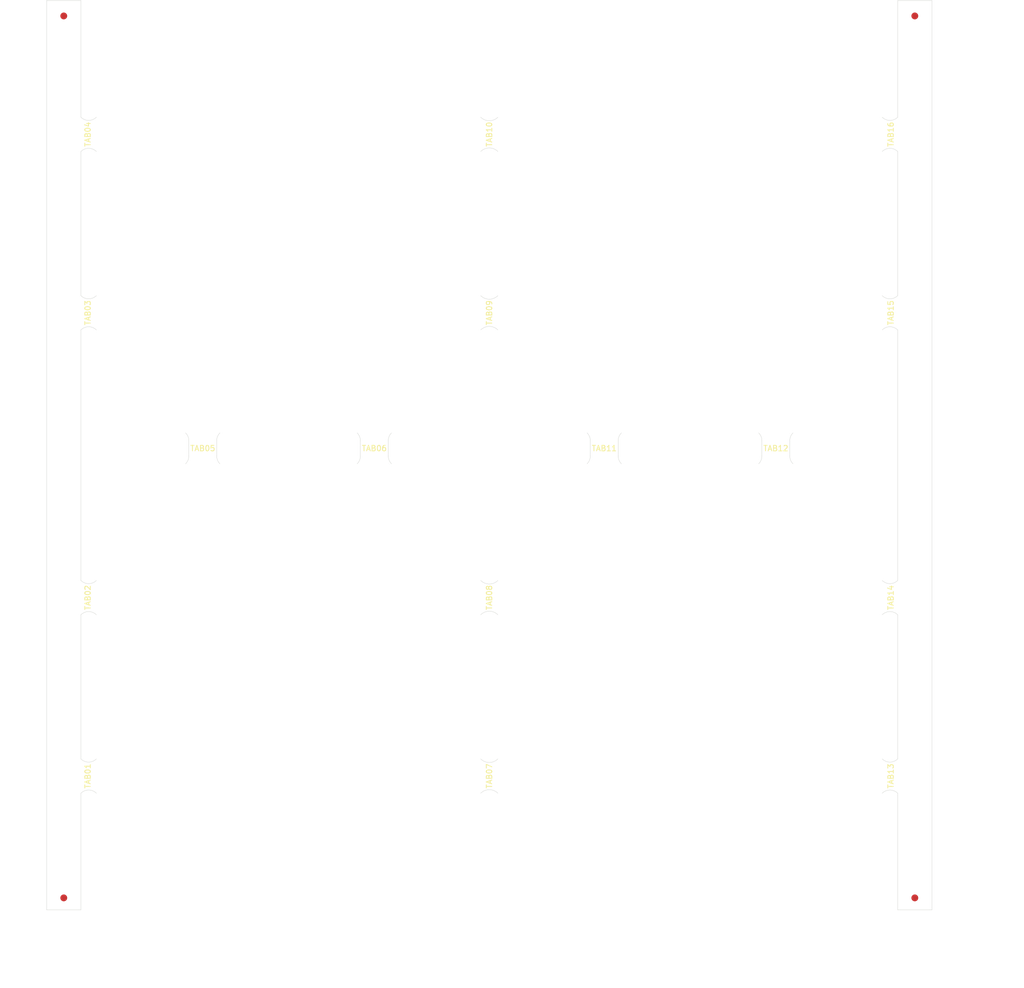
<source format=kicad_pcb>
(kicad_pcb (version 20171130) (host pcbnew 5.1.5+dfsg1-2build2)

  (general
    (thickness 1.6)
    (drawings 66)
    (tracks 0)
    (zones 0)
    (modules 42)
    (nets 1)
  )

  (page A3)
  (title_block
    (title "Democratic Sendcomm")
    (date 2021-01-16)
    (rev 0.9.4)
    (company "Europalab Devices")
    (comment 1 "Copyright © 2021, Europalab Devices")
    (comment 2 "Fulfilling requirements of 20200210")
    (comment 3 "Pending quality assurance testing")
    (comment 4 "Release revision for manufacturing")
  )

  (layers
    (0 F.Cu signal)
    (1 In1.Cu power)
    (2 In2.Cu power)
    (31 B.Cu signal)
    (34 B.Paste user)
    (35 F.Paste user)
    (36 B.SilkS user)
    (37 F.SilkS user)
    (38 B.Mask user)
    (39 F.Mask user)
    (40 Dwgs.User user)
    (41 Cmts.User user)
    (44 Edge.Cuts user)
    (45 Margin user)
    (46 B.CrtYd user)
    (47 F.CrtYd user)
    (48 B.Fab user)
    (49 F.Fab user)
  )

  (setup
    (last_trace_width 0.09)
    (user_trace_width 0.1016)
    (user_trace_width 0.127)
    (user_trace_width 0.2)
    (user_trace_width 0.1016)
    (user_trace_width 0.127)
    (user_trace_width 0.2)
    (user_trace_width 0.1016)
    (user_trace_width 0.127)
    (user_trace_width 0.2)
    (user_trace_width 0.1016)
    (user_trace_width 0.127)
    (user_trace_width 0.2)
    (user_trace_width 0.1016)
    (user_trace_width 0.127)
    (user_trace_width 0.2)
    (user_trace_width 0.1016)
    (user_trace_width 0.127)
    (user_trace_width 0.2)
    (user_trace_width 0.1016)
    (user_trace_width 0.127)
    (user_trace_width 0.2)
    (user_trace_width 0.1016)
    (user_trace_width 0.127)
    (user_trace_width 0.2)
    (user_trace_width 0.1016)
    (user_trace_width 0.127)
    (user_trace_width 0.2)
    (user_trace_width 0.1016)
    (user_trace_width 0.127)
    (user_trace_width 0.2)
    (user_trace_width 0.1016)
    (user_trace_width 0.127)
    (user_trace_width 0.2)
    (user_trace_width 0.1016)
    (user_trace_width 0.127)
    (user_trace_width 0.2)
    (user_trace_width 0.1016)
    (user_trace_width 0.127)
    (user_trace_width 0.2)
    (trace_clearance 0.09)
    (zone_clearance 0.508)
    (zone_45_only no)
    (trace_min 0.09)
    (via_size 0.356)
    (via_drill 0.2)
    (via_min_size 0.356)
    (via_min_drill 0.2)
    (user_via 0.45 0.2)
    (user_via 0.6 0.3)
    (user_via 0.45 0.2)
    (user_via 0.6 0.3)
    (user_via 0.45 0.2)
    (user_via 0.6 0.3)
    (user_via 0.45 0.2)
    (user_via 0.6 0.3)
    (user_via 0.45 0.2)
    (user_via 0.6 0.3)
    (user_via 0.45 0.2)
    (user_via 0.6 0.3)
    (user_via 0.45 0.2)
    (user_via 0.6 0.3)
    (user_via 0.45 0.2)
    (user_via 0.6 0.3)
    (user_via 0.45 0.2)
    (user_via 0.6 0.3)
    (user_via 0.45 0.2)
    (user_via 0.6 0.3)
    (user_via 0.45 0.2)
    (user_via 0.6 0.3)
    (user_via 0.45 0.2)
    (user_via 0.6 0.3)
    (user_via 0.45 0.2)
    (user_via 0.6 0.3)
    (uvia_size 0.45)
    (uvia_drill 0.1)
    (uvias_allowed no)
    (uvia_min_size 0.45)
    (uvia_min_drill 0.1)
    (edge_width 0.1)
    (segment_width 0.1)
    (pcb_text_width 0.25)
    (pcb_text_size 1 1)
    (mod_edge_width 0.15)
    (mod_text_size 1 1)
    (mod_text_width 0.15)
    (pad_size 1.95 0.6)
    (pad_drill 0)
    (pad_to_mask_clearance 0)
    (aux_axis_origin 0 0)
    (visible_elements 7FFFF7FF)
    (pcbplotparams
      (layerselection 0x313fc_ffffffff)
      (usegerberextensions true)
      (usegerberattributes false)
      (usegerberadvancedattributes false)
      (creategerberjobfile false)
      (excludeedgelayer true)
      (linewidth 0.150000)
      (plotframeref false)
      (viasonmask false)
      (mode 1)
      (useauxorigin false)
      (hpglpennumber 1)
      (hpglpenspeed 20)
      (hpglpendiameter 15.000000)
      (psnegative false)
      (psa4output false)
      (plotreference true)
      (plotvalue true)
      (plotinvisibletext false)
      (padsonsilk false)
      (subtractmaskfromsilk false)
      (outputformat 1)
      (mirror false)
      (drillshape 0)
      (scaleselection 1)
      (outputdirectory "fabpanel"))
  )

  (net 0 "")

  (net_class Default "This is the default net class."
    (clearance 0.09)
    (trace_width 0.09)
    (via_dia 0.356)
    (via_drill 0.2)
    (uvia_dia 0.45)
    (uvia_drill 0.1)
  )

  (net_class Power ""
    (clearance 0.2)
    (trace_width 0.5)
    (via_dia 1)
    (via_drill 0.7)
    (uvia_dia 0.5)
    (uvia_drill 0.1)
  )

  (module Elabdev:MountingHole_1.8mm (layer F.Cu) (tedit 5B924765) (tstamp 5FBCCBDE)
    (at 201.5 197)
    (descr "Mounting Hole 1.8mm, no annular")
    (tags "mounting hole 1.8mm no annular")
    (attr virtual)
    (fp_text reference REF** (at 0 -3.2) (layer F.SilkS) hide
      (effects (font (size 1 1) (thickness 0.15)))
    )
    (fp_text value MountingHole_1.8mm (at 0 3.2) (layer F.Fab)
      (effects (font (size 1 1) (thickness 0.15)))
    )
    (fp_circle (center 0 0) (end 1.85 0) (layer F.CrtYd) (width 0.05))
    (fp_circle (center 0 0) (end 1.8 0) (layer Cmts.User) (width 0.15))
    (fp_text user %R (at 0.3 0) (layer F.Fab)
      (effects (font (size 1 1) (thickness 0.15)))
    )
    (pad "" np_thru_hole circle (at 0 0) (size 1.8 1.8) (drill 1.8) (layers *.Cu *.Mask))
  )

  (module Elabdev:MountingHole_1.8mm (layer F.Cu) (tedit 5B924765) (tstamp 5FBCCBC8)
    (at 201.5 131.5)
    (descr "Mounting Hole 1.8mm, no annular")
    (tags "mounting hole 1.8mm no annular")
    (attr virtual)
    (fp_text reference REF** (at 0 -3.2) (layer F.SilkS) hide
      (effects (font (size 1 1) (thickness 0.15)))
    )
    (fp_text value MountingHole_1.8mm (at 0 3.2) (layer F.Fab)
      (effects (font (size 1 1) (thickness 0.15)))
    )
    (fp_circle (center 0 0) (end 1.85 0) (layer F.CrtYd) (width 0.05))
    (fp_circle (center 0 0) (end 1.8 0) (layer Cmts.User) (width 0.15))
    (fp_text user %R (at 0.3 0) (layer F.Fab)
      (effects (font (size 1 1) (thickness 0.15)))
    )
    (pad "" np_thru_hole circle (at 0 0) (size 1.8 1.8) (drill 1.8) (layers *.Cu *.Mask))
  )

  (module Elabdev:MountingHole_1.8mm (layer F.Cu) (tedit 5B924765) (tstamp 5FBCBB7E)
    (at 77.5 197)
    (descr "Mounting Hole 1.8mm, no annular")
    (tags "mounting hole 1.8mm no annular")
    (attr virtual)
    (fp_text reference REF** (at 0 -3.2) (layer F.SilkS) hide
      (effects (font (size 1 1) (thickness 0.15)))
    )
    (fp_text value MountingHole_1.8mm (at 0 3.2) (layer F.Fab)
      (effects (font (size 1 1) (thickness 0.15)))
    )
    (fp_circle (center 0 0) (end 1.85 0) (layer F.CrtYd) (width 0.05))
    (fp_circle (center 0 0) (end 1.8 0) (layer Cmts.User) (width 0.15))
    (fp_text user %R (at 0.3 0) (layer F.Fab)
      (effects (font (size 1 1) (thickness 0.15)))
    )
    (pad "" np_thru_hole circle (at 0 0) (size 1.8 1.8) (drill 1.8) (layers *.Cu *.Mask))
  )

  (module Elabdev:MountingHole_1.8mm (layer F.Cu) (tedit 5B924765) (tstamp 5FBCBB70)
    (at 77.5 150.5)
    (descr "Mounting Hole 1.8mm, no annular")
    (tags "mounting hole 1.8mm no annular")
    (attr virtual)
    (fp_text reference REF** (at 0 -3.2) (layer F.SilkS) hide
      (effects (font (size 1 1) (thickness 0.15)))
    )
    (fp_text value MountingHole_1.8mm (at 0 3.2) (layer F.Fab)
      (effects (font (size 1 1) (thickness 0.15)))
    )
    (fp_circle (center 0 0) (end 1.85 0) (layer F.CrtYd) (width 0.05))
    (fp_circle (center 0 0) (end 1.8 0) (layer Cmts.User) (width 0.15))
    (fp_text user %R (at 0.3 0) (layer F.Fab)
      (effects (font (size 1 1) (thickness 0.15)))
    )
    (pad "" np_thru_hole circle (at 0 0) (size 1.8 1.8) (drill 1.8) (layers *.Cu *.Mask))
  )

  (module Elabdev:MountingHole_1.8mm (layer F.Cu) (tedit 5B924765) (tstamp 5FBCBB5A)
    (at 201.5 85)
    (descr "Mounting Hole 1.8mm, no annular")
    (tags "mounting hole 1.8mm no annular")
    (attr virtual)
    (fp_text reference REF** (at 0 -3.2) (layer F.SilkS) hide
      (effects (font (size 1 1) (thickness 0.15)))
    )
    (fp_text value MountingHole_1.8mm (at 0 3.2) (layer F.Fab)
      (effects (font (size 1 1) (thickness 0.15)))
    )
    (fp_circle (center 0 0) (end 1.85 0) (layer F.CrtYd) (width 0.05))
    (fp_circle (center 0 0) (end 1.8 0) (layer Cmts.User) (width 0.15))
    (fp_text user %R (at 0.3 0) (layer F.Fab)
      (effects (font (size 1 1) (thickness 0.15)))
    )
    (pad "" np_thru_hole circle (at 0 0) (size 1.8 1.8) (drill 1.8) (layers *.Cu *.Mask))
  )

  (module Elabdev:MountingHole_1.8mm (layer F.Cu) (tedit 5B924765) (tstamp 5FBCBA53)
    (at 77.5 85)
    (descr "Mounting Hole 1.8mm, no annular")
    (tags "mounting hole 1.8mm no annular")
    (attr virtual)
    (fp_text reference REF** (at 0 -3.2) (layer F.SilkS) hide
      (effects (font (size 1 1) (thickness 0.15)))
    )
    (fp_text value MountingHole_1.8mm (at 0 3.2) (layer F.Fab)
      (effects (font (size 1 1) (thickness 0.15)))
    )
    (fp_circle (center 0 0) (end 1.85 0) (layer F.CrtYd) (width 0.05))
    (fp_circle (center 0 0) (end 1.8 0) (layer Cmts.User) (width 0.15))
    (fp_text user %R (at 0.3 0) (layer F.Fab)
      (effects (font (size 1 1) (thickness 0.15)))
    )
    (pad "" np_thru_hole circle (at 0 0) (size 1.8 1.8) (drill 1.8) (layers *.Cu *.Mask))
  )

  (module MountingHole:MountingHole_3.2mm_M3 (layer F.Cu) (tedit 56D1B4CB) (tstamp 5FFC40C9)
    (at 201 187.75)
    (descr "Mounting Hole 3.2mm, no annular, M3")
    (tags "mounting hole 3.2mm no annular m3")
    (attr virtual)
    (fp_text reference REF** (at 0 -3.2) (layer F.SilkS) hide
      (effects (font (size 1 1) (thickness 0.15)))
    )
    (fp_text value MountingHole_3.2mm_M3 (at 0 3.2) (layer F.Fab)
      (effects (font (size 1 1) (thickness 0.15)))
    )
    (fp_circle (center 0 0) (end 3.45 0) (layer F.CrtYd) (width 0.05))
    (fp_circle (center 0 0) (end 3.2 0) (layer Cmts.User) (width 0.15))
    (fp_text user %R (at 0.3 0) (layer F.Fab)
      (effects (font (size 1 1) (thickness 0.15)))
    )
    (pad 1 np_thru_hole circle (at 0 0) (size 3.2 3.2) (drill 3.2) (layers *.Cu *.Mask))
  )

  (module MountingHole:MountingHole_3.2mm_M3 (layer F.Cu) (tedit 56D1B4CB) (tstamp 5FFC40BB)
    (at 78 187.75)
    (descr "Mounting Hole 3.2mm, no annular, M3")
    (tags "mounting hole 3.2mm no annular m3")
    (attr virtual)
    (fp_text reference REF** (at 0 -3.2) (layer F.SilkS) hide
      (effects (font (size 1 1) (thickness 0.15)))
    )
    (fp_text value MountingHole_3.2mm_M3 (at 0 3.2) (layer F.Fab)
      (effects (font (size 1 1) (thickness 0.15)))
    )
    (fp_text user %R (at 0.3 0) (layer F.Fab)
      (effects (font (size 1 1) (thickness 0.15)))
    )
    (fp_circle (center 0 0) (end 3.2 0) (layer Cmts.User) (width 0.15))
    (fp_circle (center 0 0) (end 3.45 0) (layer F.CrtYd) (width 0.05))
    (pad 1 np_thru_hole circle (at 0 0) (size 3.2 3.2) (drill 3.2) (layers *.Cu *.Mask))
  )

  (module MountingHole:MountingHole_3.2mm_M3 (layer F.Cu) (tedit 56D1B4CB) (tstamp 5FFC4060)
    (at 201 94.25)
    (descr "Mounting Hole 3.2mm, no annular, M3")
    (tags "mounting hole 3.2mm no annular m3")
    (attr virtual)
    (fp_text reference REF** (at 0 -3.2) (layer F.SilkS) hide
      (effects (font (size 1 1) (thickness 0.15)))
    )
    (fp_text value MountingHole_3.2mm_M3 (at 0 3.2) (layer F.Fab)
      (effects (font (size 1 1) (thickness 0.15)))
    )
    (fp_text user %R (at 0.3 0) (layer F.Fab)
      (effects (font (size 1 1) (thickness 0.15)))
    )
    (fp_circle (center 0 0) (end 3.2 0) (layer Cmts.User) (width 0.15))
    (fp_circle (center 0 0) (end 3.45 0) (layer F.CrtYd) (width 0.05))
    (pad 1 np_thru_hole circle (at 0 0) (size 3.2 3.2) (drill 3.2) (layers *.Cu *.Mask))
  )

  (module MountingHole:MountingHole_3.2mm_M3 (layer F.Cu) (tedit 56D1B4CB) (tstamp 5FFC3DC2)
    (at 78 94.25)
    (descr "Mounting Hole 3.2mm, no annular, M3")
    (tags "mounting hole 3.2mm no annular m3")
    (attr virtual)
    (fp_text reference REF** (at 0 -3.2) (layer F.SilkS) hide
      (effects (font (size 1 1) (thickness 0.15)))
    )
    (fp_text value MountingHole_3.2mm_M3 (at 0 3.2) (layer F.Fab)
      (effects (font (size 1 1) (thickness 0.15)))
    )
    (fp_circle (center 0 0) (end 3.45 0) (layer F.CrtYd) (width 0.05))
    (fp_circle (center 0 0) (end 3.2 0) (layer Cmts.User) (width 0.15))
    (fp_text user %R (at 0.3 0) (layer F.Fab)
      (effects (font (size 1 1) (thickness 0.15)))
    )
    (pad 1 np_thru_hole circle (at 0 0) (size 3.2 3.2) (drill 3.2) (layers *.Cu *.Mask))
  )

  (module Elabdev:Mousetab_45mm_Double (layer F.Cu) (tedit 5FE8CA09) (tstamp 5FE94339)
    (at 181.25 140 90)
    (attr smd)
    (fp_text reference TAB12 (at 0 0 unlocked) (layer F.SilkS)
      (effects (font (size 0.8 0.8) (thickness 0.13)))
    )
    (fp_text value Panel_Mousetab_45mm_Double (at 0 3.5 90) (layer F.Fab)
      (effects (font (size 1 1) (thickness 0.15)))
    )
    (fp_line (start 2.25 -2.2) (end 2.25 2.2) (layer F.Fab) (width 0.15))
    (fp_line (start -2.25 -2.2) (end -2.25 2.2) (layer F.Fab) (width 0.15))
    (fp_line (start 3.1 -2.6) (end 3.1 2.6) (layer F.CrtYd) (width 0.15))
    (fp_line (start 3.1 2.6) (end -3.1 2.6) (layer F.CrtYd) (width 0.15))
    (fp_line (start -3.1 2.6) (end -3.1 -2.6) (layer F.CrtYd) (width 0.15))
    (fp_line (start -3.1 -2.6) (end 3.1 -2.6) (layer F.CrtYd) (width 0.15))
    (pad "" np_thru_hole circle (at 2.35 2 90) (size 0.5 0.5) (drill 0.5) (layers *.Cu))
    (pad "" np_thru_hole circle (at 2.35 1.2 90) (size 0.5 0.5) (drill 0.5) (layers *.Cu))
    (pad "" np_thru_hole circle (at 2.35 0.4 90) (size 0.5 0.5) (drill 0.5) (layers *.Cu))
    (pad "" np_thru_hole circle (at -2.35 2 90) (size 0.5 0.5) (drill 0.5) (layers *.Cu))
    (pad "" np_thru_hole circle (at -2.35 1.2 90) (size 0.5 0.5) (drill 0.5) (layers *.Cu))
    (pad "" np_thru_hole circle (at -2.35 0.4 90) (size 0.5 0.5) (drill 0.5) (layers *.Cu))
    (pad "" np_thru_hole circle (at 2.35 -0.4 90) (size 0.5 0.5) (drill 0.5) (layers *.Cu))
    (pad "" np_thru_hole circle (at 2.35 -1.2 90) (size 0.5 0.5) (drill 0.5) (layers *.Cu))
    (pad "" np_thru_hole circle (at 2.35 -2 90) (size 0.5 0.5) (drill 0.5) (layers *.Cu))
    (pad "" np_thru_hole circle (at -2.35 -2 90) (size 0.5 0.5) (drill 0.5) (layers *.Cu))
    (pad "" np_thru_hole circle (at -2.35 -1.2 90) (size 0.5 0.5) (drill 0.5) (layers *.Cu))
    (pad "" np_thru_hole circle (at -2.35 -0.4 90) (size 0.5 0.5) (drill 0.5) (layers *.Cu))
  )

  (module Elabdev:Mousetab_45mm_Double (layer F.Cu) (tedit 5FE8CA09) (tstamp 5FE9430F)
    (at 156.25 140 90)
    (attr smd)
    (fp_text reference TAB11 (at 0 0 unlocked) (layer F.SilkS)
      (effects (font (size 0.8 0.8) (thickness 0.13)))
    )
    (fp_text value Panel_Mousetab_45mm_Double (at 0 3.5 90) (layer F.Fab)
      (effects (font (size 1 1) (thickness 0.15)))
    )
    (fp_line (start -3.1 -2.6) (end 3.1 -2.6) (layer F.CrtYd) (width 0.15))
    (fp_line (start -3.1 2.6) (end -3.1 -2.6) (layer F.CrtYd) (width 0.15))
    (fp_line (start 3.1 2.6) (end -3.1 2.6) (layer F.CrtYd) (width 0.15))
    (fp_line (start 3.1 -2.6) (end 3.1 2.6) (layer F.CrtYd) (width 0.15))
    (fp_line (start -2.25 -2.2) (end -2.25 2.2) (layer F.Fab) (width 0.15))
    (fp_line (start 2.25 -2.2) (end 2.25 2.2) (layer F.Fab) (width 0.15))
    (pad "" np_thru_hole circle (at -2.35 -0.4 90) (size 0.5 0.5) (drill 0.5) (layers *.Cu))
    (pad "" np_thru_hole circle (at -2.35 -1.2 90) (size 0.5 0.5) (drill 0.5) (layers *.Cu))
    (pad "" np_thru_hole circle (at -2.35 -2 90) (size 0.5 0.5) (drill 0.5) (layers *.Cu))
    (pad "" np_thru_hole circle (at 2.35 -2 90) (size 0.5 0.5) (drill 0.5) (layers *.Cu))
    (pad "" np_thru_hole circle (at 2.35 -1.2 90) (size 0.5 0.5) (drill 0.5) (layers *.Cu))
    (pad "" np_thru_hole circle (at 2.35 -0.4 90) (size 0.5 0.5) (drill 0.5) (layers *.Cu))
    (pad "" np_thru_hole circle (at -2.35 0.4 90) (size 0.5 0.5) (drill 0.5) (layers *.Cu))
    (pad "" np_thru_hole circle (at -2.35 1.2 90) (size 0.5 0.5) (drill 0.5) (layers *.Cu))
    (pad "" np_thru_hole circle (at -2.35 2 90) (size 0.5 0.5) (drill 0.5) (layers *.Cu))
    (pad "" np_thru_hole circle (at 2.35 0.4 90) (size 0.5 0.5) (drill 0.5) (layers *.Cu))
    (pad "" np_thru_hole circle (at 2.35 1.2 90) (size 0.5 0.5) (drill 0.5) (layers *.Cu))
    (pad "" np_thru_hole circle (at 2.35 2 90) (size 0.5 0.5) (drill 0.5) (layers *.Cu))
  )

  (module Elabdev:Mousetab_45mm_Double (layer F.Cu) (tedit 5FE8CA09) (tstamp 5FE942E5)
    (at 122.75 140 90)
    (attr smd)
    (fp_text reference TAB06 (at 0 0 unlocked) (layer F.SilkS)
      (effects (font (size 0.8 0.8) (thickness 0.13)))
    )
    (fp_text value Panel_Mousetab_45mm_Double (at 0 3.5 90) (layer F.Fab)
      (effects (font (size 1 1) (thickness 0.15)))
    )
    (fp_line (start 2.25 -2.2) (end 2.25 2.2) (layer F.Fab) (width 0.15))
    (fp_line (start -2.25 -2.2) (end -2.25 2.2) (layer F.Fab) (width 0.15))
    (fp_line (start 3.1 -2.6) (end 3.1 2.6) (layer F.CrtYd) (width 0.15))
    (fp_line (start 3.1 2.6) (end -3.1 2.6) (layer F.CrtYd) (width 0.15))
    (fp_line (start -3.1 2.6) (end -3.1 -2.6) (layer F.CrtYd) (width 0.15))
    (fp_line (start -3.1 -2.6) (end 3.1 -2.6) (layer F.CrtYd) (width 0.15))
    (pad "" np_thru_hole circle (at 2.35 2 90) (size 0.5 0.5) (drill 0.5) (layers *.Cu))
    (pad "" np_thru_hole circle (at 2.35 1.2 90) (size 0.5 0.5) (drill 0.5) (layers *.Cu))
    (pad "" np_thru_hole circle (at 2.35 0.4 90) (size 0.5 0.5) (drill 0.5) (layers *.Cu))
    (pad "" np_thru_hole circle (at -2.35 2 90) (size 0.5 0.5) (drill 0.5) (layers *.Cu))
    (pad "" np_thru_hole circle (at -2.35 1.2 90) (size 0.5 0.5) (drill 0.5) (layers *.Cu))
    (pad "" np_thru_hole circle (at -2.35 0.4 90) (size 0.5 0.5) (drill 0.5) (layers *.Cu))
    (pad "" np_thru_hole circle (at 2.35 -0.4 90) (size 0.5 0.5) (drill 0.5) (layers *.Cu))
    (pad "" np_thru_hole circle (at 2.35 -1.2 90) (size 0.5 0.5) (drill 0.5) (layers *.Cu))
    (pad "" np_thru_hole circle (at 2.35 -2 90) (size 0.5 0.5) (drill 0.5) (layers *.Cu))
    (pad "" np_thru_hole circle (at -2.35 -2 90) (size 0.5 0.5) (drill 0.5) (layers *.Cu))
    (pad "" np_thru_hole circle (at -2.35 -1.2 90) (size 0.5 0.5) (drill 0.5) (layers *.Cu))
    (pad "" np_thru_hole circle (at -2.35 -0.4 90) (size 0.5 0.5) (drill 0.5) (layers *.Cu))
  )

  (module Elabdev:Mousetab_45mm_Double (layer F.Cu) (tedit 5FE8CA09) (tstamp 5FE9415B)
    (at 97.75 140 90)
    (attr smd)
    (fp_text reference TAB05 (at 0 0 unlocked) (layer F.SilkS)
      (effects (font (size 0.8 0.8) (thickness 0.13)))
    )
    (fp_text value Panel_Mousetab_45mm_Double (at 0 3.5 90) (layer F.Fab)
      (effects (font (size 1 1) (thickness 0.15)))
    )
    (fp_line (start -3.1 -2.6) (end 3.1 -2.6) (layer F.CrtYd) (width 0.15))
    (fp_line (start -3.1 2.6) (end -3.1 -2.6) (layer F.CrtYd) (width 0.15))
    (fp_line (start 3.1 2.6) (end -3.1 2.6) (layer F.CrtYd) (width 0.15))
    (fp_line (start 3.1 -2.6) (end 3.1 2.6) (layer F.CrtYd) (width 0.15))
    (fp_line (start -2.25 -2.2) (end -2.25 2.2) (layer F.Fab) (width 0.15))
    (fp_line (start 2.25 -2.2) (end 2.25 2.2) (layer F.Fab) (width 0.15))
    (pad "" np_thru_hole circle (at -2.35 -0.4 90) (size 0.5 0.5) (drill 0.5) (layers *.Cu))
    (pad "" np_thru_hole circle (at -2.35 -1.2 90) (size 0.5 0.5) (drill 0.5) (layers *.Cu))
    (pad "" np_thru_hole circle (at -2.35 -2 90) (size 0.5 0.5) (drill 0.5) (layers *.Cu))
    (pad "" np_thru_hole circle (at 2.35 -2 90) (size 0.5 0.5) (drill 0.5) (layers *.Cu))
    (pad "" np_thru_hole circle (at 2.35 -1.2 90) (size 0.5 0.5) (drill 0.5) (layers *.Cu))
    (pad "" np_thru_hole circle (at 2.35 -0.4 90) (size 0.5 0.5) (drill 0.5) (layers *.Cu))
    (pad "" np_thru_hole circle (at -2.35 0.4 90) (size 0.5 0.5) (drill 0.5) (layers *.Cu))
    (pad "" np_thru_hole circle (at -2.35 1.2 90) (size 0.5 0.5) (drill 0.5) (layers *.Cu))
    (pad "" np_thru_hole circle (at -2.35 2 90) (size 0.5 0.5) (drill 0.5) (layers *.Cu))
    (pad "" np_thru_hole circle (at 2.35 0.4 90) (size 0.5 0.5) (drill 0.5) (layers *.Cu))
    (pad "" np_thru_hole circle (at 2.35 1.2 90) (size 0.5 0.5) (drill 0.5) (layers *.Cu))
    (pad "" np_thru_hole circle (at 2.35 2 90) (size 0.5 0.5) (drill 0.5) (layers *.Cu))
  )

  (module Elabdev:Panel_Mousetab_25mm_Single (layer F.Cu) (tedit 5CD5AA6C) (tstamp 5F4C1047)
    (at 81 161.75)
    (path /5CD5C074)
    (fp_text reference TAB02 (at 0 0 90 unlocked) (layer F.SilkS)
      (effects (font (size 0.8 0.8) (thickness 0.13)))
    )
    (fp_text value Pantab (at -2.5 0 -270) (layer F.Fab)
      (effects (font (size 1 1) (thickness 0.15)))
    )
    (fp_line (start 1.25 -2.2) (end 1.25 2.2) (layer F.Fab) (width 0.15))
    (fp_line (start -1.25 -2.2) (end -1.25 2.2) (layer F.Fab) (width 0.15))
    (fp_line (start 2.1 -2.6) (end 2.1 2.6) (layer F.CrtYd) (width 0.15))
    (fp_line (start 2.1 2.6) (end -2.1 2.6) (layer F.CrtYd) (width 0.15))
    (fp_line (start -2.1 2.6) (end -2.1 -2.6) (layer F.CrtYd) (width 0.15))
    (fp_line (start -2.1 -2.6) (end 2.1 -2.6) (layer F.CrtYd) (width 0.15))
    (pad "" np_thru_hole circle (at 1.35 2) (size 0.5 0.5) (drill 0.5) (layers *.Cu))
    (pad "" np_thru_hole circle (at 1.35 1.2) (size 0.5 0.5) (drill 0.5) (layers *.Cu))
    (pad "" np_thru_hole circle (at 1.35 0.4) (size 0.5 0.5) (drill 0.5) (layers *.Cu))
    (pad "" np_thru_hole circle (at 1.35 -0.4) (size 0.5 0.5) (drill 0.5) (layers *.Cu))
    (pad "" np_thru_hole circle (at 1.35 -1.2) (size 0.5 0.5) (drill 0.5) (layers *.Cu))
    (pad "" np_thru_hole circle (at 1.35 -2) (size 0.5 0.5) (drill 0.5) (layers *.Cu))
  )

  (module Elabdev:Panel_Mousetab_25mm_Double (layer F.Cu) (tedit 5B993D89) (tstamp 5FBD7812)
    (at 139.5 187.75)
    (fp_text reference TAB07 (at 0 0 90 unlocked) (layer F.SilkS)
      (effects (font (size 0.8 0.8) (thickness 0.13)))
    )
    (fp_text value Panel_Mousetab_25mm_Double (at 0 3.5) (layer F.Fab)
      (effects (font (size 1 1) (thickness 0.15)))
    )
    (fp_line (start 1.25 -2.2) (end 1.25 2.2) (layer F.Fab) (width 0.15))
    (fp_line (start -1.25 -2.2) (end -1.25 2.2) (layer F.Fab) (width 0.15))
    (fp_line (start 2.1 -2.6) (end 2.1 2.6) (layer F.CrtYd) (width 0.15))
    (fp_line (start 2.1 2.6) (end -2.1 2.6) (layer F.CrtYd) (width 0.15))
    (fp_line (start -2.1 2.6) (end -2.1 -2.6) (layer F.CrtYd) (width 0.15))
    (fp_line (start -2.1 -2.6) (end 2.1 -2.6) (layer F.CrtYd) (width 0.15))
    (pad "" np_thru_hole circle (at 1.35 2) (size 0.5 0.5) (drill 0.5) (layers *.Cu))
    (pad "" np_thru_hole circle (at 1.35 1.2) (size 0.5 0.5) (drill 0.5) (layers *.Cu))
    (pad "" np_thru_hole circle (at 1.35 0.4) (size 0.5 0.5) (drill 0.5) (layers *.Cu))
    (pad "" np_thru_hole circle (at -1.35 2) (size 0.5 0.5) (drill 0.5) (layers *.Cu))
    (pad "" np_thru_hole circle (at -1.35 1.2) (size 0.5 0.5) (drill 0.5) (layers *.Cu))
    (pad "" np_thru_hole circle (at -1.35 0.4) (size 0.5 0.5) (drill 0.5) (layers *.Cu))
    (pad "" np_thru_hole circle (at 1.35 -0.4) (size 0.5 0.5) (drill 0.5) (layers *.Cu))
    (pad "" np_thru_hole circle (at 1.35 -1.2) (size 0.5 0.5) (drill 0.5) (layers *.Cu))
    (pad "" np_thru_hole circle (at 1.35 -2) (size 0.5 0.5) (drill 0.5) (layers *.Cu))
    (pad "" np_thru_hole circle (at -1.35 -2) (size 0.5 0.5) (drill 0.5) (layers *.Cu))
    (pad "" np_thru_hole circle (at -1.35 -1.2) (size 0.5 0.5) (drill 0.5) (layers *.Cu))
    (pad "" np_thru_hole circle (at -1.35 -0.4) (size 0.5 0.5) (drill 0.5) (layers *.Cu))
  )

  (module Elabdev:Panel_Mousetab_25mm_Double (layer F.Cu) (tedit 5B993D89) (tstamp 5FBD77E5)
    (at 139.5 161.75)
    (fp_text reference TAB08 (at 0 0 90 unlocked) (layer F.SilkS)
      (effects (font (size 0.8 0.8) (thickness 0.13)))
    )
    (fp_text value Panel_Mousetab_25mm_Double (at 0 3.5) (layer F.Fab)
      (effects (font (size 1 1) (thickness 0.15)))
    )
    (fp_line (start 1.25 -2.2) (end 1.25 2.2) (layer F.Fab) (width 0.15))
    (fp_line (start -1.25 -2.2) (end -1.25 2.2) (layer F.Fab) (width 0.15))
    (fp_line (start 2.1 -2.6) (end 2.1 2.6) (layer F.CrtYd) (width 0.15))
    (fp_line (start 2.1 2.6) (end -2.1 2.6) (layer F.CrtYd) (width 0.15))
    (fp_line (start -2.1 2.6) (end -2.1 -2.6) (layer F.CrtYd) (width 0.15))
    (fp_line (start -2.1 -2.6) (end 2.1 -2.6) (layer F.CrtYd) (width 0.15))
    (pad "" np_thru_hole circle (at 1.35 2) (size 0.5 0.5) (drill 0.5) (layers *.Cu))
    (pad "" np_thru_hole circle (at 1.35 1.2) (size 0.5 0.5) (drill 0.5) (layers *.Cu))
    (pad "" np_thru_hole circle (at 1.35 0.4) (size 0.5 0.5) (drill 0.5) (layers *.Cu))
    (pad "" np_thru_hole circle (at -1.35 2) (size 0.5 0.5) (drill 0.5) (layers *.Cu))
    (pad "" np_thru_hole circle (at -1.35 1.2) (size 0.5 0.5) (drill 0.5) (layers *.Cu))
    (pad "" np_thru_hole circle (at -1.35 0.4) (size 0.5 0.5) (drill 0.5) (layers *.Cu))
    (pad "" np_thru_hole circle (at 1.35 -0.4) (size 0.5 0.5) (drill 0.5) (layers *.Cu))
    (pad "" np_thru_hole circle (at 1.35 -1.2) (size 0.5 0.5) (drill 0.5) (layers *.Cu))
    (pad "" np_thru_hole circle (at 1.35 -2) (size 0.5 0.5) (drill 0.5) (layers *.Cu))
    (pad "" np_thru_hole circle (at -1.35 -2) (size 0.5 0.5) (drill 0.5) (layers *.Cu))
    (pad "" np_thru_hole circle (at -1.35 -1.2) (size 0.5 0.5) (drill 0.5) (layers *.Cu))
    (pad "" np_thru_hole circle (at -1.35 -0.4) (size 0.5 0.5) (drill 0.5) (layers *.Cu))
  )

  (module Elabdev:MountingHole_1.1mm (layer F.Cu) (tedit 5B924765) (tstamp 5FBCCC1A)
    (at 201.5 146.5)
    (descr "Mounting Hole 1.1mm, no annular")
    (tags "mounting hole 1.1mm no annular")
    (attr virtual)
    (fp_text reference REF** (at 0 -3.2) (layer F.SilkS) hide
      (effects (font (size 1 1) (thickness 0.15)))
    )
    (fp_text value MountingHole_1.1mm (at 0 3.2) (layer F.Fab)
      (effects (font (size 1 1) (thickness 0.15)))
    )
    (fp_text user %R (at 0.3 0) (layer F.Fab)
      (effects (font (size 1 1) (thickness 0.15)))
    )
    (fp_circle (center 0 0) (end 1.1 0) (layer Cmts.User) (width 0.15))
    (fp_circle (center 0 0) (end 1.35 0) (layer F.CrtYd) (width 0.05))
    (pad "" np_thru_hole circle (at 0 0) (size 1.1 1.1) (drill 1.1) (layers *.Cu *.Mask))
  )

  (module Elabdev:MountingHole_1.1mm (layer F.Cu) (tedit 5B924765) (tstamp 5FBCCBFC)
    (at 77.5 135.5)
    (descr "Mounting Hole 1.1mm, no annular")
    (tags "mounting hole 1.1mm no annular")
    (attr virtual)
    (fp_text reference REF** (at 0 -3.2) (layer F.SilkS) hide
      (effects (font (size 1 1) (thickness 0.15)))
    )
    (fp_text value MountingHole_1.1mm (at 0 3.2) (layer F.Fab)
      (effects (font (size 1 1) (thickness 0.15)))
    )
    (fp_text user %R (at 0.3 0) (layer F.Fab)
      (effects (font (size 1 1) (thickness 0.15)))
    )
    (fp_circle (center 0 0) (end 1.1 0) (layer Cmts.User) (width 0.15))
    (fp_circle (center 0 0) (end 1.35 0) (layer F.CrtYd) (width 0.05))
    (pad "" np_thru_hole circle (at 0 0) (size 1.1 1.1) (drill 1.1) (layers *.Cu *.Mask))
  )

  (module Elabdev:MountingHole_1.1mm (layer F.Cu) (tedit 5B924765) (tstamp 5FBCBB0E)
    (at 201.5 89)
    (descr "Mounting Hole 1.1mm, no annular")
    (tags "mounting hole 1.1mm no annular")
    (attr virtual)
    (fp_text reference REF** (at 0 -3.2) (layer F.SilkS) hide
      (effects (font (size 1 1) (thickness 0.15)))
    )
    (fp_text value MountingHole_1.1mm (at 0 3.2) (layer F.Fab)
      (effects (font (size 1 1) (thickness 0.15)))
    )
    (fp_circle (center 0 0) (end 1.35 0) (layer F.CrtYd) (width 0.05))
    (fp_circle (center 0 0) (end 1.1 0) (layer Cmts.User) (width 0.15))
    (fp_text user %R (at 0.3 0) (layer F.Fab)
      (effects (font (size 1 1) (thickness 0.15)))
    )
    (pad "" np_thru_hole circle (at 0 0) (size 1.1 1.1) (drill 1.1) (layers *.Cu *.Mask))
  )

  (module Elabdev:MountingHole_1.1mm (layer F.Cu) (tedit 5B924765) (tstamp 5FBCBAE8)
    (at 201.5 193)
    (descr "Mounting Hole 1.1mm, no annular")
    (tags "mounting hole 1.1mm no annular")
    (attr virtual)
    (fp_text reference REF** (at 0 -3.2) (layer F.SilkS) hide
      (effects (font (size 1 1) (thickness 0.15)))
    )
    (fp_text value MountingHole_1.1mm (at 0 3.2) (layer F.Fab)
      (effects (font (size 1 1) (thickness 0.15)))
    )
    (fp_text user %R (at 0.3 0) (layer F.Fab)
      (effects (font (size 1 1) (thickness 0.15)))
    )
    (fp_circle (center 0 0) (end 1.1 0) (layer Cmts.User) (width 0.15))
    (fp_circle (center 0 0) (end 1.35 0) (layer F.CrtYd) (width 0.05))
    (pad "" np_thru_hole circle (at 0 0) (size 1.1 1.1) (drill 1.1) (layers *.Cu *.Mask))
  )

  (module Elabdev:MountingHole_1.1mm (layer F.Cu) (tedit 5B924765) (tstamp 5FBCBABE)
    (at 77.5 193)
    (descr "Mounting Hole 1.1mm, no annular")
    (tags "mounting hole 1.1mm no annular")
    (attr virtual)
    (fp_text reference REF** (at 0 -3.2) (layer F.SilkS) hide
      (effects (font (size 1 1) (thickness 0.15)))
    )
    (fp_text value MountingHole_1.1mm (at 0 3.2) (layer F.Fab)
      (effects (font (size 1 1) (thickness 0.15)))
    )
    (fp_text user %R (at 0.3 0) (layer F.Fab)
      (effects (font (size 1 1) (thickness 0.15)))
    )
    (fp_circle (center 0 0) (end 1.1 0) (layer Cmts.User) (width 0.15))
    (fp_circle (center 0 0) (end 1.35 0) (layer F.CrtYd) (width 0.05))
    (pad "" np_thru_hole circle (at 0 0) (size 1.1 1.1) (drill 1.1) (layers *.Cu *.Mask))
  )

  (module Elabdev:MountingHole_1.1mm (layer F.Cu) (tedit 5B924765) (tstamp 5FE8F1F7)
    (at 77.5 89)
    (descr "Mounting Hole 1.1mm, no annular")
    (tags "mounting hole 1.1mm no annular")
    (attr virtual)
    (fp_text reference REF** (at 0 -3.2) (layer F.SilkS) hide
      (effects (font (size 1 1) (thickness 0.15)))
    )
    (fp_text value MountingHole_1.1mm (at 0 3.2) (layer F.Fab)
      (effects (font (size 1 1) (thickness 0.15)))
    )
    (fp_circle (center 0 0) (end 1.35 0) (layer F.CrtYd) (width 0.05))
    (fp_circle (center 0 0) (end 1.1 0) (layer Cmts.User) (width 0.15))
    (fp_text user %R (at 0.3 0) (layer F.Fab)
      (effects (font (size 1 1) (thickness 0.15)))
    )
    (pad "" np_thru_hole circle (at 0 0) (size 1.1 1.1) (drill 1.1) (layers *.Cu *.Mask))
  )

  (module Fiducial:Fiducial_1mm_Mask2mm (layer F.Cu) (tedit 5C18CB26) (tstamp 5FBDDDDA)
    (at 77.5 205.5)
    (descr "Circular Fiducial, 1mm bare copper, 2mm soldermask opening (Level A)")
    (tags fiducial)
    (attr smd)
    (fp_text reference FID-D (at 1 0) (layer F.SilkS) hide
      (effects (font (size 1 1) (thickness 0.15)) (justify left))
    )
    (fp_text value Fiducial_1mm_Mask2mm (at 0 2) (layer F.Fab)
      (effects (font (size 1 1) (thickness 0.15)))
    )
    (fp_circle (center 0 0) (end 1 0) (layer F.Fab) (width 0.1))
    (fp_text user %R (at 0 0) (layer F.Fab)
      (effects (font (size 0.4 0.4) (thickness 0.06)))
    )
    (fp_circle (center 0 0) (end 1.25 0) (layer F.CrtYd) (width 0.05))
    (pad "" smd circle (at 0 0) (size 1 1) (layers F.Cu F.Mask)
      (solder_mask_margin 0.5) (clearance 0.5))
  )

  (module Fiducial:Fiducial_1mm_Mask2mm (layer F.Cu) (tedit 5C18CB26) (tstamp 5FBDDDBC)
    (at 201.5 205.5)
    (descr "Circular Fiducial, 1mm bare copper, 2mm soldermask opening (Level A)")
    (tags fiducial)
    (attr smd)
    (fp_text reference FID-C (at -1 0) (layer F.SilkS) hide
      (effects (font (size 1 1) (thickness 0.15)) (justify right))
    )
    (fp_text value Fiducial_1mm_Mask2mm (at 0 2) (layer F.Fab)
      (effects (font (size 1 1) (thickness 0.15)))
    )
    (fp_circle (center 0 0) (end 1.25 0) (layer F.CrtYd) (width 0.05))
    (fp_text user %R (at 0 0) (layer F.Fab)
      (effects (font (size 0.4 0.4) (thickness 0.06)))
    )
    (fp_circle (center 0 0) (end 1 0) (layer F.Fab) (width 0.1))
    (pad "" smd circle (at 0 0) (size 1 1) (layers F.Cu F.Mask)
      (solder_mask_margin 0.5) (clearance 0.5))
  )

  (module Fiducial:Fiducial_1mm_Mask2mm (layer F.Cu) (tedit 5C18CB26) (tstamp 5FBDDD97)
    (at 201.5 77)
    (descr "Circular Fiducial, 1mm bare copper, 2mm soldermask opening (Level A)")
    (tags fiducial)
    (attr smd)
    (fp_text reference FID-B (at -1 0) (layer F.SilkS) hide
      (effects (font (size 1 1) (thickness 0.15)) (justify right))
    )
    (fp_text value Fiducial_1mm_Mask2mm (at 0 2) (layer F.Fab)
      (effects (font (size 1 1) (thickness 0.15)))
    )
    (fp_circle (center 0 0) (end 1 0) (layer F.Fab) (width 0.1))
    (fp_text user %R (at 0 0) (layer F.Fab)
      (effects (font (size 0.4 0.4) (thickness 0.06)))
    )
    (fp_circle (center 0 0) (end 1.25 0) (layer F.CrtYd) (width 0.05))
    (pad "" smd circle (at 0 0) (size 1 1) (layers F.Cu F.Mask)
      (solder_mask_margin 0.5) (clearance 0.5))
  )

  (module Fiducial:Fiducial_1mm_Mask2mm (layer F.Cu) (tedit 5C18CB26) (tstamp 5FBDDD7E)
    (at 77.5 77)
    (descr "Circular Fiducial, 1mm bare copper, 2mm soldermask opening (Level A)")
    (tags fiducial)
    (attr smd)
    (fp_text reference FID-A (at 1 0) (layer F.SilkS) hide
      (effects (font (size 1 1) (thickness 0.15)) (justify left))
    )
    (fp_text value Fiducial_1mm_Mask2mm (at 0 2) (layer F.Fab)
      (effects (font (size 1 1) (thickness 0.15)))
    )
    (fp_circle (center 0 0) (end 1.25 0) (layer F.CrtYd) (width 0.05))
    (fp_text user %R (at 0 0) (layer F.Fab)
      (effects (font (size 0.4 0.4) (thickness 0.06)))
    )
    (fp_circle (center 0 0) (end 1 0) (layer F.Fab) (width 0.1))
    (pad "" smd circle (at 0 0) (size 1 1) (layers F.Cu F.Mask)
      (solder_mask_margin 0.5) (clearance 0.5))
  )

  (module Elabdev:Panel_Mousetab_25mm_Single (layer F.Cu) (tedit 5CD5AA6C) (tstamp 5FBD2063)
    (at 198 120.25 180)
    (path /5CD5C074)
    (fp_text reference TAB15 (at 0 0 90 unlocked) (layer F.SilkS)
      (effects (font (size 0.8 0.8) (thickness 0.13)))
    )
    (fp_text value Pantab (at -2.5 0 90) (layer F.Fab)
      (effects (font (size 1 1) (thickness 0.15)))
    )
    (fp_line (start 1.25 -2.2) (end 1.25 2.2) (layer F.Fab) (width 0.15))
    (fp_line (start -1.25 -2.2) (end -1.25 2.2) (layer F.Fab) (width 0.15))
    (fp_line (start 2.1 -2.6) (end 2.1 2.6) (layer F.CrtYd) (width 0.15))
    (fp_line (start 2.1 2.6) (end -2.1 2.6) (layer F.CrtYd) (width 0.15))
    (fp_line (start -2.1 2.6) (end -2.1 -2.6) (layer F.CrtYd) (width 0.15))
    (fp_line (start -2.1 -2.6) (end 2.1 -2.6) (layer F.CrtYd) (width 0.15))
    (pad "" np_thru_hole circle (at 1.35 2 180) (size 0.5 0.5) (drill 0.5) (layers *.Cu))
    (pad "" np_thru_hole circle (at 1.35 1.2 180) (size 0.5 0.5) (drill 0.5) (layers *.Cu))
    (pad "" np_thru_hole circle (at 1.35 0.4 180) (size 0.5 0.5) (drill 0.5) (layers *.Cu))
    (pad "" np_thru_hole circle (at 1.35 -0.4 180) (size 0.5 0.5) (drill 0.5) (layers *.Cu))
    (pad "" np_thru_hole circle (at 1.35 -1.2 180) (size 0.5 0.5) (drill 0.5) (layers *.Cu))
    (pad "" np_thru_hole circle (at 1.35 -2 180) (size 0.5 0.5) (drill 0.5) (layers *.Cu))
  )

  (module Elabdev:Panel_Mousetab_25mm_Single (layer F.Cu) (tedit 5CD5AA6C) (tstamp 5FBD2044)
    (at 198 94.25 180)
    (path /5CD5C074)
    (fp_text reference TAB16 (at 0 0 90 unlocked) (layer F.SilkS)
      (effects (font (size 0.8 0.8) (thickness 0.13)))
    )
    (fp_text value Pantab (at -2.5 0 90) (layer F.Fab)
      (effects (font (size 1 1) (thickness 0.15)))
    )
    (fp_line (start -2.1 -2.6) (end 2.1 -2.6) (layer F.CrtYd) (width 0.15))
    (fp_line (start -2.1 2.6) (end -2.1 -2.6) (layer F.CrtYd) (width 0.15))
    (fp_line (start 2.1 2.6) (end -2.1 2.6) (layer F.CrtYd) (width 0.15))
    (fp_line (start 2.1 -2.6) (end 2.1 2.6) (layer F.CrtYd) (width 0.15))
    (fp_line (start -1.25 -2.2) (end -1.25 2.2) (layer F.Fab) (width 0.15))
    (fp_line (start 1.25 -2.2) (end 1.25 2.2) (layer F.Fab) (width 0.15))
    (pad "" np_thru_hole circle (at 1.35 -2 180) (size 0.5 0.5) (drill 0.5) (layers *.Cu))
    (pad "" np_thru_hole circle (at 1.35 -1.2 180) (size 0.5 0.5) (drill 0.5) (layers *.Cu))
    (pad "" np_thru_hole circle (at 1.35 -0.4 180) (size 0.5 0.5) (drill 0.5) (layers *.Cu))
    (pad "" np_thru_hole circle (at 1.35 0.4 180) (size 0.5 0.5) (drill 0.5) (layers *.Cu))
    (pad "" np_thru_hole circle (at 1.35 1.2 180) (size 0.5 0.5) (drill 0.5) (layers *.Cu))
    (pad "" np_thru_hole circle (at 1.35 2 180) (size 0.5 0.5) (drill 0.5) (layers *.Cu))
  )

  (module Elabdev:Panel_Mousetab_25mm_Double (layer F.Cu) (tedit 5B993D89) (tstamp 5FBC8FD2)
    (at 139.5 120.25)
    (fp_text reference TAB09 (at 0 0 90 unlocked) (layer F.SilkS)
      (effects (font (size 0.8 0.8) (thickness 0.13)))
    )
    (fp_text value Panel_Mousetab_25mm_Double (at 0 3.5) (layer F.Fab)
      (effects (font (size 1 1) (thickness 0.15)))
    )
    (fp_line (start -2.1 -2.6) (end 2.1 -2.6) (layer F.CrtYd) (width 0.15))
    (fp_line (start -2.1 2.6) (end -2.1 -2.6) (layer F.CrtYd) (width 0.15))
    (fp_line (start 2.1 2.6) (end -2.1 2.6) (layer F.CrtYd) (width 0.15))
    (fp_line (start 2.1 -2.6) (end 2.1 2.6) (layer F.CrtYd) (width 0.15))
    (fp_line (start -1.25 -2.2) (end -1.25 2.2) (layer F.Fab) (width 0.15))
    (fp_line (start 1.25 -2.2) (end 1.25 2.2) (layer F.Fab) (width 0.15))
    (pad "" np_thru_hole circle (at -1.35 -0.4) (size 0.5 0.5) (drill 0.5) (layers *.Cu))
    (pad "" np_thru_hole circle (at -1.35 -1.2) (size 0.5 0.5) (drill 0.5) (layers *.Cu))
    (pad "" np_thru_hole circle (at -1.35 -2) (size 0.5 0.5) (drill 0.5) (layers *.Cu))
    (pad "" np_thru_hole circle (at 1.35 -2) (size 0.5 0.5) (drill 0.5) (layers *.Cu))
    (pad "" np_thru_hole circle (at 1.35 -1.2) (size 0.5 0.5) (drill 0.5) (layers *.Cu))
    (pad "" np_thru_hole circle (at 1.35 -0.4) (size 0.5 0.5) (drill 0.5) (layers *.Cu))
    (pad "" np_thru_hole circle (at -1.35 0.4) (size 0.5 0.5) (drill 0.5) (layers *.Cu))
    (pad "" np_thru_hole circle (at -1.35 1.2) (size 0.5 0.5) (drill 0.5) (layers *.Cu))
    (pad "" np_thru_hole circle (at -1.35 2) (size 0.5 0.5) (drill 0.5) (layers *.Cu))
    (pad "" np_thru_hole circle (at 1.35 0.4) (size 0.5 0.5) (drill 0.5) (layers *.Cu))
    (pad "" np_thru_hole circle (at 1.35 1.2) (size 0.5 0.5) (drill 0.5) (layers *.Cu))
    (pad "" np_thru_hole circle (at 1.35 2) (size 0.5 0.5) (drill 0.5) (layers *.Cu))
  )

  (module Elabdev:Panel_Mousetab_25mm_Double (layer F.Cu) (tedit 5B993D89) (tstamp 5FBC8F92)
    (at 139.5 94.25)
    (fp_text reference TAB10 (at 0 0 90 unlocked) (layer F.SilkS)
      (effects (font (size 0.8 0.8) (thickness 0.13)))
    )
    (fp_text value Panel_Mousetab_25mm_Double (at 0 3.5) (layer F.Fab)
      (effects (font (size 1 1) (thickness 0.15)))
    )
    (fp_line (start -2.1 -2.6) (end 2.1 -2.6) (layer F.CrtYd) (width 0.15))
    (fp_line (start -2.1 2.6) (end -2.1 -2.6) (layer F.CrtYd) (width 0.15))
    (fp_line (start 2.1 2.6) (end -2.1 2.6) (layer F.CrtYd) (width 0.15))
    (fp_line (start 2.1 -2.6) (end 2.1 2.6) (layer F.CrtYd) (width 0.15))
    (fp_line (start -1.25 -2.2) (end -1.25 2.2) (layer F.Fab) (width 0.15))
    (fp_line (start 1.25 -2.2) (end 1.25 2.2) (layer F.Fab) (width 0.15))
    (pad "" np_thru_hole circle (at -1.35 -0.4) (size 0.5 0.5) (drill 0.5) (layers *.Cu))
    (pad "" np_thru_hole circle (at -1.35 -1.2) (size 0.5 0.5) (drill 0.5) (layers *.Cu))
    (pad "" np_thru_hole circle (at -1.35 -2) (size 0.5 0.5) (drill 0.5) (layers *.Cu))
    (pad "" np_thru_hole circle (at 1.35 -2) (size 0.5 0.5) (drill 0.5) (layers *.Cu))
    (pad "" np_thru_hole circle (at 1.35 -1.2) (size 0.5 0.5) (drill 0.5) (layers *.Cu))
    (pad "" np_thru_hole circle (at 1.35 -0.4) (size 0.5 0.5) (drill 0.5) (layers *.Cu))
    (pad "" np_thru_hole circle (at -1.35 0.4) (size 0.5 0.5) (drill 0.5) (layers *.Cu))
    (pad "" np_thru_hole circle (at -1.35 1.2) (size 0.5 0.5) (drill 0.5) (layers *.Cu))
    (pad "" np_thru_hole circle (at -1.35 2) (size 0.5 0.5) (drill 0.5) (layers *.Cu))
    (pad "" np_thru_hole circle (at 1.35 0.4) (size 0.5 0.5) (drill 0.5) (layers *.Cu))
    (pad "" np_thru_hole circle (at 1.35 1.2) (size 0.5 0.5) (drill 0.5) (layers *.Cu))
    (pad "" np_thru_hole circle (at 1.35 2) (size 0.5 0.5) (drill 0.5) (layers *.Cu))
  )

  (module Mounting_Holes:MountingHole_2.5mm (layer F.Cu) (tedit 5D1E62F3) (tstamp 5FBB8A27)
    (at 77.5 81)
    (descr "Mounting Hole 2.5mm, no annular")
    (tags "mounting hole 2.5mm no annular")
    (fp_text reference SH1 (at 0 -3.5) (layer F.SilkS) hide
      (effects (font (size 1 1) (thickness 0.15)))
    )
    (fp_text value MountingHole_2.5mm (at 0 3.5) (layer F.Fab)
      (effects (font (size 1 1) (thickness 0.15)))
    )
    (fp_circle (center 0 0) (end 2.5 0) (layer Cmts.User) (width 0.15))
    (fp_circle (center 0 0) (end 2.75 0) (layer F.CrtYd) (width 0.05))
    (pad "" np_thru_hole circle (at 0 0) (size 2.55 2.55) (drill 2.55) (layers *.Cu *.Paste *.Mask))
  )

  (module Mounting_Holes:MountingHole_2.5mm (layer F.Cu) (tedit 5D1E6313) (tstamp 5FBB8A21)
    (at 77.5 201)
    (descr "Mounting Hole 2.5mm, no annular")
    (tags "mounting hole 2.5mm no annular")
    (fp_text reference SH2 (at 0 -3.5) (layer F.SilkS) hide
      (effects (font (size 1 1) (thickness 0.15)))
    )
    (fp_text value MountingHole_2.5mm (at 0 3.5) (layer F.Fab)
      (effects (font (size 1 1) (thickness 0.15)))
    )
    (fp_circle (center 0 0) (end 2.75 0) (layer F.CrtYd) (width 0.05))
    (fp_circle (center 0 0) (end 2.5 0) (layer Cmts.User) (width 0.15))
    (pad "" np_thru_hole circle (at 0 0) (size 2.55 2.55) (drill 2.55) (layers *.Cu *.Paste *.Mask))
  )

  (module Mounting_Holes:MountingHole_2.5mm (layer F.Cu) (tedit 5D1E630C) (tstamp 5FBB8A1B)
    (at 77.5 146)
    (descr "Mounting Hole 2.5mm, no annular")
    (tags "mounting hole 2.5mm no annular")
    (fp_text reference SH5 (at 0 -3.5) (layer F.SilkS) hide
      (effects (font (size 1 1) (thickness 0.15)))
    )
    (fp_text value MountingHole_2.5mm (at 0 3.5) (layer F.Fab)
      (effects (font (size 1 1) (thickness 0.15)))
    )
    (fp_circle (center 0 0) (end 2.75 0) (layer F.CrtYd) (width 0.05))
    (fp_circle (center 0 0) (end 2.5 0) (layer Cmts.User) (width 0.15))
    (pad "" np_thru_hole circle (at 0 0) (size 2.55 2.55) (drill 2.55) (layers *.Cu *.Paste *.Mask))
  )

  (module Mounting_Holes:MountingHole_2.5mm (layer F.Cu) (tedit 5D1E631D) (tstamp 5FBB8A15)
    (at 201.5 201)
    (descr "Mounting Hole 2.5mm, no annular")
    (tags "mounting hole 2.5mm no annular")
    (fp_text reference SH4 (at 0 -3.5) (layer F.SilkS) hide
      (effects (font (size 1 1) (thickness 0.15)))
    )
    (fp_text value MountingHole_2.5mm (at 0 3.5) (layer F.Fab)
      (effects (font (size 1 1) (thickness 0.15)))
    )
    (fp_circle (center 0 0) (end 2.75 0) (layer F.CrtYd) (width 0.05))
    (fp_circle (center 0 0) (end 2.5 0) (layer Cmts.User) (width 0.15))
    (pad "" np_thru_hole circle (at 0 0) (size 2.55 2.55) (drill 2.55) (layers *.Cu *.Paste *.Mask))
  )

  (module Mounting_Holes:MountingHole_2.5mm (layer F.Cu) (tedit 5D1E632E) (tstamp 5FBB8A0F)
    (at 201.5 81)
    (descr "Mounting Hole 2.5mm, no annular")
    (tags "mounting hole 2.5mm no annular")
    (fp_text reference SH3 (at 0 -3.5) (layer F.SilkS) hide
      (effects (font (size 1 1) (thickness 0.15)))
    )
    (fp_text value MountingHole_2.5mm (at 0 3.5) (layer F.Fab)
      (effects (font (size 1 1) (thickness 0.15)))
    )
    (fp_circle (center 0 0) (end 2.5 0) (layer Cmts.User) (width 0.15))
    (fp_circle (center 0 0) (end 2.75 0) (layer F.CrtYd) (width 0.05))
    (pad "" np_thru_hole circle (at 0 0) (size 2.55 2.55) (drill 2.55) (layers *.Cu *.Paste *.Mask))
  )

  (module Mounting_Holes:MountingHole_2.5mm (layer F.Cu) (tedit 5D1E6326) (tstamp 5FBB8A09)
    (at 201.5 136)
    (descr "Mounting Hole 2.5mm, no annular")
    (tags "mounting hole 2.5mm no annular")
    (fp_text reference SH6 (at 0 -3.5) (layer F.SilkS) hide
      (effects (font (size 1 1) (thickness 0.15)))
    )
    (fp_text value MountingHole_2.5mm (at 0 3.5) (layer F.Fab)
      (effects (font (size 1 1) (thickness 0.15)))
    )
    (fp_circle (center 0 0) (end 2.5 0) (layer Cmts.User) (width 0.15))
    (fp_circle (center 0 0) (end 2.75 0) (layer F.CrtYd) (width 0.05))
    (pad "" np_thru_hole circle (at 0 0) (size 2.55 2.55) (drill 2.55) (layers *.Cu *.Paste *.Mask))
  )

  (module Elabdev:Panel_Mousetab_25mm_Single (layer F.Cu) (tedit 5CD5AA6C) (tstamp 5FBC1370)
    (at 81 120.25)
    (path /5CD5C074)
    (fp_text reference TAB03 (at 0 0 90 unlocked) (layer F.SilkS)
      (effects (font (size 0.8 0.8) (thickness 0.13)))
    )
    (fp_text value Pantab (at -2.5 0 -270) (layer F.Fab)
      (effects (font (size 1 1) (thickness 0.15)))
    )
    (fp_line (start -2.1 -2.6) (end 2.1 -2.6) (layer F.CrtYd) (width 0.15))
    (fp_line (start -2.1 2.6) (end -2.1 -2.6) (layer F.CrtYd) (width 0.15))
    (fp_line (start 2.1 2.6) (end -2.1 2.6) (layer F.CrtYd) (width 0.15))
    (fp_line (start 2.1 -2.6) (end 2.1 2.6) (layer F.CrtYd) (width 0.15))
    (fp_line (start -1.25 -2.2) (end -1.25 2.2) (layer F.Fab) (width 0.15))
    (fp_line (start 1.25 -2.2) (end 1.25 2.2) (layer F.Fab) (width 0.15))
    (pad "" np_thru_hole circle (at 1.35 -2) (size 0.5 0.5) (drill 0.5) (layers *.Cu))
    (pad "" np_thru_hole circle (at 1.35 -1.2) (size 0.5 0.5) (drill 0.5) (layers *.Cu))
    (pad "" np_thru_hole circle (at 1.35 -0.4) (size 0.5 0.5) (drill 0.5) (layers *.Cu))
    (pad "" np_thru_hole circle (at 1.35 0.4) (size 0.5 0.5) (drill 0.5) (layers *.Cu))
    (pad "" np_thru_hole circle (at 1.35 1.2) (size 0.5 0.5) (drill 0.5) (layers *.Cu))
    (pad "" np_thru_hole circle (at 1.35 2) (size 0.5 0.5) (drill 0.5) (layers *.Cu))
  )

  (module Elabdev:Panel_Mousetab_25mm_Single (layer F.Cu) (tedit 5CD5AA6C) (tstamp 5FBC06F5)
    (at 81 94.25)
    (path /5CD5C074)
    (fp_text reference TAB04 (at 0 0 90 unlocked) (layer F.SilkS)
      (effects (font (size 0.8 0.8) (thickness 0.13)))
    )
    (fp_text value Pantab (at -2.5 0 -270) (layer F.Fab)
      (effects (font (size 1 1) (thickness 0.15)))
    )
    (fp_line (start 1.25 -2.2) (end 1.25 2.2) (layer F.Fab) (width 0.15))
    (fp_line (start -1.25 -2.2) (end -1.25 2.2) (layer F.Fab) (width 0.15))
    (fp_line (start 2.1 -2.6) (end 2.1 2.6) (layer F.CrtYd) (width 0.15))
    (fp_line (start 2.1 2.6) (end -2.1 2.6) (layer F.CrtYd) (width 0.15))
    (fp_line (start -2.1 2.6) (end -2.1 -2.6) (layer F.CrtYd) (width 0.15))
    (fp_line (start -2.1 -2.6) (end 2.1 -2.6) (layer F.CrtYd) (width 0.15))
    (pad "" np_thru_hole circle (at 1.35 2) (size 0.5 0.5) (drill 0.5) (layers *.Cu))
    (pad "" np_thru_hole circle (at 1.35 1.2) (size 0.5 0.5) (drill 0.5) (layers *.Cu))
    (pad "" np_thru_hole circle (at 1.35 0.4) (size 0.5 0.5) (drill 0.5) (layers *.Cu))
    (pad "" np_thru_hole circle (at 1.35 -0.4) (size 0.5 0.5) (drill 0.5) (layers *.Cu))
    (pad "" np_thru_hole circle (at 1.35 -1.2) (size 0.5 0.5) (drill 0.5) (layers *.Cu))
    (pad "" np_thru_hole circle (at 1.35 -2) (size 0.5 0.5) (drill 0.5) (layers *.Cu))
  )

  (module Elabdev:Panel_Mousetab_25mm_Single (layer F.Cu) (tedit 5CD5AA6C) (tstamp 5F4C1007)
    (at 81 187.75)
    (path /5CD5C074)
    (fp_text reference TAB01 (at 0 0 90 unlocked) (layer F.SilkS)
      (effects (font (size 0.8 0.8) (thickness 0.13)))
    )
    (fp_text value Pantab (at -2.5 0 -270) (layer F.Fab)
      (effects (font (size 1 1) (thickness 0.15)))
    )
    (fp_line (start -2.1 -2.6) (end 2.1 -2.6) (layer F.CrtYd) (width 0.15))
    (fp_line (start -2.1 2.6) (end -2.1 -2.6) (layer F.CrtYd) (width 0.15))
    (fp_line (start 2.1 2.6) (end -2.1 2.6) (layer F.CrtYd) (width 0.15))
    (fp_line (start 2.1 -2.6) (end 2.1 2.6) (layer F.CrtYd) (width 0.15))
    (fp_line (start -1.25 -2.2) (end -1.25 2.2) (layer F.Fab) (width 0.15))
    (fp_line (start 1.25 -2.2) (end 1.25 2.2) (layer F.Fab) (width 0.15))
    (pad "" np_thru_hole circle (at 1.35 -2) (size 0.5 0.5) (drill 0.5) (layers *.Cu))
    (pad "" np_thru_hole circle (at 1.35 -1.2) (size 0.5 0.5) (drill 0.5) (layers *.Cu))
    (pad "" np_thru_hole circle (at 1.35 -0.4) (size 0.5 0.5) (drill 0.5) (layers *.Cu))
    (pad "" np_thru_hole circle (at 1.35 0.4) (size 0.5 0.5) (drill 0.5) (layers *.Cu))
    (pad "" np_thru_hole circle (at 1.35 1.2) (size 0.5 0.5) (drill 0.5) (layers *.Cu))
    (pad "" np_thru_hole circle (at 1.35 2) (size 0.5 0.5) (drill 0.5) (layers *.Cu))
  )

  (module Elabdev:Panel_Mousetab_25mm_Single (layer F.Cu) (tedit 5CD5AA6C) (tstamp 5F4C108A)
    (at 198 161.75 180)
    (path /5CD5C074)
    (fp_text reference TAB14 (at 0 0 90 unlocked) (layer F.SilkS)
      (effects (font (size 0.8 0.8) (thickness 0.13)))
    )
    (fp_text value Pantab (at -2.5 0 90) (layer F.Fab)
      (effects (font (size 1 1) (thickness 0.15)))
    )
    (fp_line (start 1.25 -2.2) (end 1.25 2.2) (layer F.Fab) (width 0.15))
    (fp_line (start -1.25 -2.2) (end -1.25 2.2) (layer F.Fab) (width 0.15))
    (fp_line (start 2.1 -2.6) (end 2.1 2.6) (layer F.CrtYd) (width 0.15))
    (fp_line (start 2.1 2.6) (end -2.1 2.6) (layer F.CrtYd) (width 0.15))
    (fp_line (start -2.1 2.6) (end -2.1 -2.6) (layer F.CrtYd) (width 0.15))
    (fp_line (start -2.1 -2.6) (end 2.1 -2.6) (layer F.CrtYd) (width 0.15))
    (pad "" np_thru_hole circle (at 1.35 2 180) (size 0.5 0.5) (drill 0.5) (layers *.Cu))
    (pad "" np_thru_hole circle (at 1.35 1.2 180) (size 0.5 0.5) (drill 0.5) (layers *.Cu))
    (pad "" np_thru_hole circle (at 1.35 0.4 180) (size 0.5 0.5) (drill 0.5) (layers *.Cu))
    (pad "" np_thru_hole circle (at 1.35 -0.4 180) (size 0.5 0.5) (drill 0.5) (layers *.Cu))
    (pad "" np_thru_hole circle (at 1.35 -1.2 180) (size 0.5 0.5) (drill 0.5) (layers *.Cu))
    (pad "" np_thru_hole circle (at 1.35 -2 180) (size 0.5 0.5) (drill 0.5) (layers *.Cu))
  )

  (module Elabdev:Panel_Mousetab_25mm_Single (layer F.Cu) (tedit 5CD5AA6C) (tstamp 5F4C1067)
    (at 198 187.75 180)
    (path /5CD5C074)
    (fp_text reference TAB13 (at 0 0 90 unlocked) (layer F.SilkS)
      (effects (font (size 0.8 0.8) (thickness 0.13)))
    )
    (fp_text value Pantab (at -2.5 0 90) (layer F.Fab)
      (effects (font (size 1 1) (thickness 0.15)))
    )
    (fp_line (start -2.1 -2.6) (end 2.1 -2.6) (layer F.CrtYd) (width 0.15))
    (fp_line (start -2.1 2.6) (end -2.1 -2.6) (layer F.CrtYd) (width 0.15))
    (fp_line (start 2.1 2.6) (end -2.1 2.6) (layer F.CrtYd) (width 0.15))
    (fp_line (start 2.1 -2.6) (end 2.1 2.6) (layer F.CrtYd) (width 0.15))
    (fp_line (start -1.25 -2.2) (end -1.25 2.2) (layer F.Fab) (width 0.15))
    (fp_line (start 1.25 -2.2) (end 1.25 2.2) (layer F.Fab) (width 0.15))
    (pad "" np_thru_hole circle (at 1.35 -2 180) (size 0.5 0.5) (drill 0.5) (layers *.Cu))
    (pad "" np_thru_hole circle (at 1.35 -1.2 180) (size 0.5 0.5) (drill 0.5) (layers *.Cu))
    (pad "" np_thru_hole circle (at 1.35 -0.4 180) (size 0.5 0.5) (drill 0.5) (layers *.Cu))
    (pad "" np_thru_hole circle (at 1.35 0.4 180) (size 0.5 0.5) (drill 0.5) (layers *.Cu))
    (pad "" np_thru_hole circle (at 1.35 1.2 180) (size 0.5 0.5) (drill 0.5) (layers *.Cu))
    (pad "" np_thru_hole circle (at 1.35 2 180) (size 0.5 0.5) (drill 0.5) (layers *.Cu))
  )

  (gr_line (start 179.21599 138.875) (end 179.21599 141.125) (layer Edge.Cuts) (width 0.05) (tstamp 5FE8BDEE))
  (gr_line (start 183.28401 141.125) (end 183.28401 138.875) (layer Edge.Cuts) (width 0.05) (tstamp 5FE8BDED))
  (gr_arc (start 177.625 138.875) (end 178.75 137.75) (angle 45) (layer Edge.Cuts) (width 0.05) (tstamp 5FE8BDEC))
  (gr_arc (start 177.625 141.125) (end 178.75 142.25) (angle -45) (layer Edge.Cuts) (width 0.05) (tstamp 5FE8BDEB))
  (gr_arc (start 184.875 138.875) (end 183.75 137.75) (angle -45) (layer Edge.Cuts) (width 0.05) (tstamp 5FE8BDEA))
  (gr_arc (start 184.875 141.125) (end 183.75 142.25) (angle 45) (layer Edge.Cuts) (width 0.05) (tstamp 5FE8BDE9))
  (gr_arc (start 152.625 138.875) (end 153.75 137.75) (angle 45) (layer Edge.Cuts) (width 0.05) (tstamp 5FE8BDE2))
  (gr_line (start 154.21599 138.875) (end 154.21599 141.125) (layer Edge.Cuts) (width 0.05) (tstamp 5FE8BDE1))
  (gr_arc (start 152.625 141.125) (end 153.75 142.25) (angle -45) (layer Edge.Cuts) (width 0.05) (tstamp 5FE8BDE0))
  (gr_arc (start 159.875 141.125) (end 158.75 142.25) (angle 45) (layer Edge.Cuts) (width 0.05) (tstamp 5FE8BDDF))
  (gr_line (start 158.28401 141.125) (end 158.28401 138.875) (layer Edge.Cuts) (width 0.05) (tstamp 5FE8BDDE))
  (gr_arc (start 159.875 138.875) (end 158.75 137.75) (angle -45) (layer Edge.Cuts) (width 0.05) (tstamp 5FE8BDDD))
  (gr_arc (start 119.125 141.125) (end 120.25 142.25) (angle -45) (layer Edge.Cuts) (width 0.05) (tstamp 5FE8BDD6))
  (gr_line (start 120.71599 138.875) (end 120.71599 141.125) (layer Edge.Cuts) (width 0.05) (tstamp 5FE8BDD5))
  (gr_arc (start 119.125 138.875) (end 120.25 137.75) (angle 45) (layer Edge.Cuts) (width 0.05) (tstamp 5FE8BDD4))
  (gr_line (start 124.78401 141.125) (end 124.78401 138.875) (layer Edge.Cuts) (width 0.05) (tstamp 5FE8BDD3))
  (gr_arc (start 126.375 138.875) (end 125.25 137.75) (angle -45) (layer Edge.Cuts) (width 0.05) (tstamp 5FE8BDD2))
  (gr_arc (start 126.375 141.125) (end 125.25 142.25) (angle 45) (layer Edge.Cuts) (width 0.05) (tstamp 5FE8BDD1))
  (gr_arc (start 101.375 138.875) (end 100.25 137.75) (angle -45) (layer Edge.Cuts) (width 0.05) (tstamp 5FE8BDB1))
  (gr_line (start 99.78401 141.125) (end 99.78401 138.875) (layer Edge.Cuts) (width 0.05) (tstamp 5FE8BDB0))
  (gr_arc (start 101.375 141.125) (end 100.25 142.25) (angle 45) (layer Edge.Cuts) (width 0.05) (tstamp 5FE8BDAF))
  (gr_line (start 95.71599 138.875) (end 95.71599 141.125) (layer Edge.Cuts) (width 0.05) (tstamp 5FE8BD9F))
  (gr_arc (start 94.125 141.125) (end 95.25 142.25) (angle -45) (layer Edge.Cuts) (width 0.05) (tstamp 5FE8BD86))
  (gr_arc (start 139.5 191.5) (end 140.75 190.25) (angle -90) (layer Edge.Cuts) (width 0.05) (tstamp 5FE8BD55))
  (gr_arc (start 139.5 184) (end 138.25 185.25) (angle -90) (layer Edge.Cuts) (width 0.05) (tstamp 5FE8BD54))
  (gr_arc (start 139.5 158) (end 138.25 159.25) (angle -90) (layer Edge.Cuts) (width 0.05) (tstamp 5FE8BD51))
  (gr_arc (start 139.5 165.5) (end 140.75 164.25) (angle -90) (layer Edge.Cuts) (width 0.05) (tstamp 5FE8BD50))
  (gr_arc (start 139.5 124) (end 140.75 122.75) (angle -90) (layer Edge.Cuts) (width 0.05) (tstamp 5FE8BD4D))
  (gr_arc (start 139.5 116.5) (end 138.25 117.75) (angle -90) (layer Edge.Cuts) (width 0.05) (tstamp 5FE8BD4C))
  (gr_arc (start 139.5 98) (end 140.75 96.75) (angle -90) (layer Edge.Cuts) (width 0.05) (tstamp 5FE8BD47))
  (gr_arc (start 139.5 90.5) (end 138.25 91.75) (angle -90) (layer Edge.Cuts) (width 0.05))
  (gr_arc (start 94.125 138.875) (end 95.25 137.75) (angle 45) (layer Edge.Cuts) (width 0.05))
  (gr_line (start 75 207.25) (end 80 207.25) (angle 90) (layer Edge.Cuts) (width 0.05) (tstamp 5FE8B5CA))
  (gr_line (start 199 74.75) (end 204 74.75) (angle 90) (layer Edge.Cuts) (width 0.05) (tstamp 5FE8B3C6))
  (dimension 132.5 (width 0.15) (layer Cmts.User)
    (gr_text "132,500 mm" (at 216.05 141 90) (layer Cmts.User)
      (effects (font (size 1 1) (thickness 0.15)))
    )
    (feature1 (pts (xy 210.75 74.75) (xy 215.336421 74.75)))
    (feature2 (pts (xy 210.75 207.25) (xy 215.336421 207.25)))
    (crossbar (pts (xy 214.75 207.25) (xy 214.75 74.75)))
    (arrow1a (pts (xy 214.75 74.75) (xy 215.336421 75.876504)))
    (arrow1b (pts (xy 214.75 74.75) (xy 214.163579 75.876504)))
    (arrow2a (pts (xy 214.75 207.25) (xy 215.336421 206.123496)))
    (arrow2b (pts (xy 214.75 207.25) (xy 214.163579 206.123496)))
  )
  (dimension 129 (width 0.15) (layer Cmts.User)
    (gr_text "129 mm" (at 139.5 219.3) (layer Cmts.User)
      (effects (font (size 1 1) (thickness 0.15)))
    )
    (feature1 (pts (xy 204 214) (xy 204 218.586421)))
    (feature2 (pts (xy 75 214) (xy 75 218.586421)))
    (crossbar (pts (xy 75 218) (xy 204 218)))
    (arrow1a (pts (xy 204 218) (xy 202.873496 218.586421)))
    (arrow1b (pts (xy 204 218) (xy 202.873496 217.413579)))
    (arrow2a (pts (xy 75 218) (xy 76.126504 218.586421)))
    (arrow2b (pts (xy 75 218) (xy 76.126504 217.413579)))
  )
  (gr_line (start 199 122.75) (end 199 159.25) (layer Edge.Cuts) (width 0.05) (tstamp 5FBD89C1))
  (gr_line (start 199 96.75) (end 199 117.75) (layer Edge.Cuts) (width 0.05) (tstamp 5FBD89BE))
  (gr_line (start 199 74.75) (end 199 91.75) (layer Edge.Cuts) (width 0.05) (tstamp 5FBD89BB))
  (gr_arc (start 197.875 123.875) (end 196.75 122.75) (angle 90) (layer Edge.Cuts) (width 0.05) (tstamp 5FBD2041))
  (gr_arc (start 197.875 116.625) (end 199 117.75) (angle 90) (layer Edge.Cuts) (width 0.05) (tstamp 5FBD203E))
  (gr_arc (start 197.875 97.875) (end 196.75 96.75) (angle 90) (layer Edge.Cuts) (width 0.05) (tstamp 5FBD203B))
  (gr_arc (start 197.875 90.625) (end 199 91.75) (angle 90) (layer Edge.Cuts) (width 0.05) (tstamp 5FBD2038))
  (gr_line (start 75 74.75) (end 80 74.75) (angle 90) (layer Edge.Cuts) (width 0.05) (tstamp 5FBB8A5A))
  (gr_line (start 204 207.25) (end 204 74.75) (angle 90) (layer Edge.Cuts) (width 0.05) (tstamp 5FBB8A52))
  (gr_line (start 199 207.25) (end 204 207.25) (angle 90) (layer Edge.Cuts) (width 0.05) (tstamp 5FBB8A42))
  (gr_line (start 75 207.25) (end 75 74.75) (angle 90) (layer Edge.Cuts) (width 0.05) (tstamp 5FBB8A41))
  (gr_line (start 80 96.75) (end 80 117.75) (layer Edge.Cuts) (width 0.05) (tstamp 5FBC1D1C))
  (gr_arc (start 81.125 123.875) (end 80 122.75) (angle 90) (layer Edge.Cuts) (width 0.05) (tstamp 5FBC21CC))
  (gr_arc (start 81.125 97.875) (end 80 96.75) (angle 90) (layer Edge.Cuts) (width 0.05) (tstamp 5FBC2187))
  (gr_arc (start 81.125 90.625) (end 82.25 91.75) (angle 90) (layer Edge.Cuts) (width 0.05) (tstamp 5FBC21AE))
  (gr_arc (start 81.125 116.625) (end 82.25 117.75) (angle 90) (layer Edge.Cuts) (width 0.05) (tstamp 5FBC22E9))
  (gr_line (start 80 74.75) (end 80 91.75) (layer Edge.Cuts) (width 0.05) (tstamp 5FBC215A))
  (gr_line (start 80 122.75) (end 80 159.25) (layer Edge.Cuts) (width 0.05) (tstamp 5FBC2265))
  (gr_line (start 80 164.25) (end 80 185.25) (layer Edge.Cuts) (width 0.05) (tstamp 5F680E75))
  (gr_arc (start 81.125 191.375) (end 80 190.25) (angle 90) (layer Edge.Cuts) (width 0.05) (tstamp 5F4C102C))
  (gr_arc (start 81.125 165.375) (end 80 164.25) (angle 90) (layer Edge.Cuts) (width 0.05) (tstamp 5F4C1046))
  (gr_arc (start 81.125 158.125) (end 82.25 159.25) (angle 90) (layer Edge.Cuts) (width 0.05) (tstamp 5F4C1045))
  (gr_arc (start 81.125 184.125) (end 82.25 185.25) (angle 90) (layer Edge.Cuts) (width 0.05) (tstamp 5F4C102F))
  (gr_line (start 80 190.25) (end 80 207.25) (layer Edge.Cuts) (width 0.05) (tstamp 5F4C1F00))
  (gr_line (start 199 207.25) (end 199 190.25) (layer Edge.Cuts) (width 0.05) (tstamp 5F680CE7))
  (gr_line (start 199 185.25) (end 199 164.25) (layer Edge.Cuts) (width 0.05) (tstamp 5F4C201B))
  (gr_arc (start 197.875 165.375) (end 196.75 164.25) (angle 90) (layer Edge.Cuts) (width 0.05) (tstamp 5F4C1099))
  (gr_arc (start 197.875 158.125) (end 199 159.25) (angle 90) (layer Edge.Cuts) (width 0.05) (tstamp 5F4C1089))
  (gr_arc (start 197.875 191.375) (end 196.75 190.25) (angle 90) (layer Edge.Cuts) (width 0.05) (tstamp 5F4C1077))
  (gr_arc (start 197.875 184.125) (end 199 185.25) (angle 90) (layer Edge.Cuts) (width 0.05) (tstamp 5F4C1076))

)

</source>
